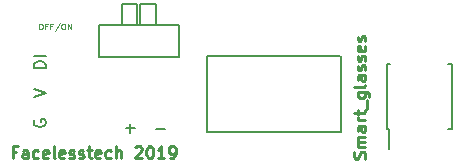
<source format=gbr>
G04 #@! TF.GenerationSoftware,KiCad,Pcbnew,5.0.2+dfsg1-1~bpo9+1*
G04 #@! TF.CreationDate,2019-04-13T15:56:37+01:00*
G04 #@! TF.ProjectId,smart_glasses,736d6172-745f-4676-9c61-737365732e6b,rev?*
G04 #@! TF.SameCoordinates,Original*
G04 #@! TF.FileFunction,Legend,Top*
G04 #@! TF.FilePolarity,Positive*
%FSLAX46Y46*%
G04 Gerber Fmt 4.6, Leading zero omitted, Abs format (unit mm)*
G04 Created by KiCad (PCBNEW 5.0.2+dfsg1-1~bpo9+1) date Sat 13 Apr 2019 15:56:37 BST*
%MOMM*%
%LPD*%
G01*
G04 APERTURE LIST*
%ADD10C,0.250000*%
%ADD11C,0.125000*%
%ADD12C,0.150000*%
G04 APERTURE END LIST*
D10*
X142276461Y-83676476D02*
X142324080Y-83533619D01*
X142324080Y-83295523D01*
X142276461Y-83200285D01*
X142228842Y-83152666D01*
X142133604Y-83105047D01*
X142038366Y-83105047D01*
X141943128Y-83152666D01*
X141895509Y-83200285D01*
X141847890Y-83295523D01*
X141800271Y-83486000D01*
X141752652Y-83581238D01*
X141705033Y-83628857D01*
X141609795Y-83676476D01*
X141514557Y-83676476D01*
X141419319Y-83628857D01*
X141371700Y-83581238D01*
X141324080Y-83486000D01*
X141324080Y-83247904D01*
X141371700Y-83105047D01*
X142324080Y-82676476D02*
X141657414Y-82676476D01*
X141752652Y-82676476D02*
X141705033Y-82628857D01*
X141657414Y-82533619D01*
X141657414Y-82390761D01*
X141705033Y-82295523D01*
X141800271Y-82247904D01*
X142324080Y-82247904D01*
X141800271Y-82247904D02*
X141705033Y-82200285D01*
X141657414Y-82105047D01*
X141657414Y-81962190D01*
X141705033Y-81866952D01*
X141800271Y-81819333D01*
X142324080Y-81819333D01*
X142324080Y-80914571D02*
X141800271Y-80914571D01*
X141705033Y-80962190D01*
X141657414Y-81057428D01*
X141657414Y-81247904D01*
X141705033Y-81343142D01*
X142276461Y-80914571D02*
X142324080Y-81009809D01*
X142324080Y-81247904D01*
X142276461Y-81343142D01*
X142181223Y-81390761D01*
X142085985Y-81390761D01*
X141990747Y-81343142D01*
X141943128Y-81247904D01*
X141943128Y-81009809D01*
X141895509Y-80914571D01*
X142324080Y-80438380D02*
X141657414Y-80438380D01*
X141847890Y-80438380D02*
X141752652Y-80390761D01*
X141705033Y-80343142D01*
X141657414Y-80247904D01*
X141657414Y-80152666D01*
X141657414Y-79962190D02*
X141657414Y-79581238D01*
X141324080Y-79819333D02*
X142181223Y-79819333D01*
X142276461Y-79771714D01*
X142324080Y-79676476D01*
X142324080Y-79581238D01*
X142419319Y-79486000D02*
X142419319Y-78724095D01*
X141657414Y-78057428D02*
X142466938Y-78057428D01*
X142562176Y-78105047D01*
X142609795Y-78152666D01*
X142657414Y-78247904D01*
X142657414Y-78390761D01*
X142609795Y-78486000D01*
X142276461Y-78057428D02*
X142324080Y-78152666D01*
X142324080Y-78343142D01*
X142276461Y-78438380D01*
X142228842Y-78486000D01*
X142133604Y-78533619D01*
X141847890Y-78533619D01*
X141752652Y-78486000D01*
X141705033Y-78438380D01*
X141657414Y-78343142D01*
X141657414Y-78152666D01*
X141705033Y-78057428D01*
X142324080Y-77438380D02*
X142276461Y-77533619D01*
X142181223Y-77581238D01*
X141324080Y-77581238D01*
X142324080Y-76628857D02*
X141800271Y-76628857D01*
X141705033Y-76676476D01*
X141657414Y-76771714D01*
X141657414Y-76962190D01*
X141705033Y-77057428D01*
X142276461Y-76628857D02*
X142324080Y-76724095D01*
X142324080Y-76962190D01*
X142276461Y-77057428D01*
X142181223Y-77105047D01*
X142085985Y-77105047D01*
X141990747Y-77057428D01*
X141943128Y-76962190D01*
X141943128Y-76724095D01*
X141895509Y-76628857D01*
X142276461Y-76200285D02*
X142324080Y-76105047D01*
X142324080Y-75914571D01*
X142276461Y-75819333D01*
X142181223Y-75771714D01*
X142133604Y-75771714D01*
X142038366Y-75819333D01*
X141990747Y-75914571D01*
X141990747Y-76057428D01*
X141943128Y-76152666D01*
X141847890Y-76200285D01*
X141800271Y-76200285D01*
X141705033Y-76152666D01*
X141657414Y-76057428D01*
X141657414Y-75914571D01*
X141705033Y-75819333D01*
X142276461Y-75390761D02*
X142324080Y-75295523D01*
X142324080Y-75105047D01*
X142276461Y-75009809D01*
X142181223Y-74962190D01*
X142133604Y-74962190D01*
X142038366Y-75009809D01*
X141990747Y-75105047D01*
X141990747Y-75247904D01*
X141943128Y-75343142D01*
X141847890Y-75390761D01*
X141800271Y-75390761D01*
X141705033Y-75343142D01*
X141657414Y-75247904D01*
X141657414Y-75105047D01*
X141705033Y-75009809D01*
X142276461Y-74152666D02*
X142324080Y-74247904D01*
X142324080Y-74438380D01*
X142276461Y-74533619D01*
X142181223Y-74581238D01*
X141800271Y-74581238D01*
X141705033Y-74533619D01*
X141657414Y-74438380D01*
X141657414Y-74247904D01*
X141705033Y-74152666D01*
X141800271Y-74105047D01*
X141895509Y-74105047D01*
X141990747Y-74581238D01*
X142276461Y-73724095D02*
X142324080Y-73628857D01*
X142324080Y-73438380D01*
X142276461Y-73343142D01*
X142181223Y-73295523D01*
X142133604Y-73295523D01*
X142038366Y-73343142D01*
X141990747Y-73438380D01*
X141990747Y-73581238D01*
X141943128Y-73676476D01*
X141847890Y-73724095D01*
X141800271Y-73724095D01*
X141705033Y-73676476D01*
X141657414Y-73581238D01*
X141657414Y-73438380D01*
X141705033Y-73343142D01*
X112781580Y-83113571D02*
X112448247Y-83113571D01*
X112448247Y-83637380D02*
X112448247Y-82637380D01*
X112924438Y-82637380D01*
X113733961Y-83637380D02*
X113733961Y-83113571D01*
X113686342Y-83018333D01*
X113591104Y-82970714D01*
X113400628Y-82970714D01*
X113305390Y-83018333D01*
X113733961Y-83589761D02*
X113638723Y-83637380D01*
X113400628Y-83637380D01*
X113305390Y-83589761D01*
X113257771Y-83494523D01*
X113257771Y-83399285D01*
X113305390Y-83304047D01*
X113400628Y-83256428D01*
X113638723Y-83256428D01*
X113733961Y-83208809D01*
X114638723Y-83589761D02*
X114543485Y-83637380D01*
X114353009Y-83637380D01*
X114257771Y-83589761D01*
X114210152Y-83542142D01*
X114162533Y-83446904D01*
X114162533Y-83161190D01*
X114210152Y-83065952D01*
X114257771Y-83018333D01*
X114353009Y-82970714D01*
X114543485Y-82970714D01*
X114638723Y-83018333D01*
X115448247Y-83589761D02*
X115353009Y-83637380D01*
X115162533Y-83637380D01*
X115067295Y-83589761D01*
X115019676Y-83494523D01*
X115019676Y-83113571D01*
X115067295Y-83018333D01*
X115162533Y-82970714D01*
X115353009Y-82970714D01*
X115448247Y-83018333D01*
X115495866Y-83113571D01*
X115495866Y-83208809D01*
X115019676Y-83304047D01*
X116067295Y-83637380D02*
X115972057Y-83589761D01*
X115924438Y-83494523D01*
X115924438Y-82637380D01*
X116829200Y-83589761D02*
X116733961Y-83637380D01*
X116543485Y-83637380D01*
X116448247Y-83589761D01*
X116400628Y-83494523D01*
X116400628Y-83113571D01*
X116448247Y-83018333D01*
X116543485Y-82970714D01*
X116733961Y-82970714D01*
X116829200Y-83018333D01*
X116876819Y-83113571D01*
X116876819Y-83208809D01*
X116400628Y-83304047D01*
X117257771Y-83589761D02*
X117353009Y-83637380D01*
X117543485Y-83637380D01*
X117638723Y-83589761D01*
X117686342Y-83494523D01*
X117686342Y-83446904D01*
X117638723Y-83351666D01*
X117543485Y-83304047D01*
X117400628Y-83304047D01*
X117305390Y-83256428D01*
X117257771Y-83161190D01*
X117257771Y-83113571D01*
X117305390Y-83018333D01*
X117400628Y-82970714D01*
X117543485Y-82970714D01*
X117638723Y-83018333D01*
X118067295Y-83589761D02*
X118162533Y-83637380D01*
X118353009Y-83637380D01*
X118448247Y-83589761D01*
X118495866Y-83494523D01*
X118495866Y-83446904D01*
X118448247Y-83351666D01*
X118353009Y-83304047D01*
X118210152Y-83304047D01*
X118114914Y-83256428D01*
X118067295Y-83161190D01*
X118067295Y-83113571D01*
X118114914Y-83018333D01*
X118210152Y-82970714D01*
X118353009Y-82970714D01*
X118448247Y-83018333D01*
X118781580Y-82970714D02*
X119162533Y-82970714D01*
X118924438Y-82637380D02*
X118924438Y-83494523D01*
X118972057Y-83589761D01*
X119067295Y-83637380D01*
X119162533Y-83637380D01*
X119876819Y-83589761D02*
X119781580Y-83637380D01*
X119591104Y-83637380D01*
X119495866Y-83589761D01*
X119448247Y-83494523D01*
X119448247Y-83113571D01*
X119495866Y-83018333D01*
X119591104Y-82970714D01*
X119781580Y-82970714D01*
X119876819Y-83018333D01*
X119924438Y-83113571D01*
X119924438Y-83208809D01*
X119448247Y-83304047D01*
X120781580Y-83589761D02*
X120686342Y-83637380D01*
X120495866Y-83637380D01*
X120400628Y-83589761D01*
X120353009Y-83542142D01*
X120305390Y-83446904D01*
X120305390Y-83161190D01*
X120353009Y-83065952D01*
X120400628Y-83018333D01*
X120495866Y-82970714D01*
X120686342Y-82970714D01*
X120781580Y-83018333D01*
X121210152Y-83637380D02*
X121210152Y-82637380D01*
X121638723Y-83637380D02*
X121638723Y-83113571D01*
X121591104Y-83018333D01*
X121495866Y-82970714D01*
X121353009Y-82970714D01*
X121257771Y-83018333D01*
X121210152Y-83065952D01*
X122829200Y-82732619D02*
X122876819Y-82685000D01*
X122972057Y-82637380D01*
X123210152Y-82637380D01*
X123305390Y-82685000D01*
X123353009Y-82732619D01*
X123400628Y-82827857D01*
X123400628Y-82923095D01*
X123353009Y-83065952D01*
X122781580Y-83637380D01*
X123400628Y-83637380D01*
X124019676Y-82637380D02*
X124114914Y-82637380D01*
X124210152Y-82685000D01*
X124257771Y-82732619D01*
X124305390Y-82827857D01*
X124353009Y-83018333D01*
X124353009Y-83256428D01*
X124305390Y-83446904D01*
X124257771Y-83542142D01*
X124210152Y-83589761D01*
X124114914Y-83637380D01*
X124019676Y-83637380D01*
X123924438Y-83589761D01*
X123876819Y-83542142D01*
X123829200Y-83446904D01*
X123781580Y-83256428D01*
X123781580Y-83018333D01*
X123829200Y-82827857D01*
X123876819Y-82732619D01*
X123924438Y-82685000D01*
X124019676Y-82637380D01*
X125305390Y-83637380D02*
X124733961Y-83637380D01*
X125019676Y-83637380D02*
X125019676Y-82637380D01*
X124924438Y-82780238D01*
X124829200Y-82875476D01*
X124733961Y-82923095D01*
X125781580Y-83637380D02*
X125972057Y-83637380D01*
X126067295Y-83589761D01*
X126114914Y-83542142D01*
X126210152Y-83399285D01*
X126257771Y-83208809D01*
X126257771Y-82827857D01*
X126210152Y-82732619D01*
X126162533Y-82685000D01*
X126067295Y-82637380D01*
X125876819Y-82637380D01*
X125781580Y-82685000D01*
X125733961Y-82732619D01*
X125686342Y-82827857D01*
X125686342Y-83065952D01*
X125733961Y-83161190D01*
X125781580Y-83208809D01*
X125876819Y-83256428D01*
X126067295Y-83256428D01*
X126162533Y-83208809D01*
X126210152Y-83161190D01*
X126257771Y-83065952D01*
D11*
X114790695Y-72243190D02*
X114885933Y-72243190D01*
X114933552Y-72267000D01*
X114981171Y-72314619D01*
X115004980Y-72409857D01*
X115004980Y-72576523D01*
X114981171Y-72671761D01*
X114933552Y-72719380D01*
X114885933Y-72743190D01*
X114790695Y-72743190D01*
X114743076Y-72719380D01*
X114695457Y-72671761D01*
X114671647Y-72576523D01*
X114671647Y-72409857D01*
X114695457Y-72314619D01*
X114743076Y-72267000D01*
X114790695Y-72243190D01*
X115385933Y-72481285D02*
X115219266Y-72481285D01*
X115219266Y-72743190D02*
X115219266Y-72243190D01*
X115457361Y-72243190D01*
X115814504Y-72481285D02*
X115647838Y-72481285D01*
X115647838Y-72743190D02*
X115647838Y-72243190D01*
X115885933Y-72243190D01*
X116433552Y-72219380D02*
X116004980Y-72862238D01*
X116695457Y-72243190D02*
X116790695Y-72243190D01*
X116838314Y-72267000D01*
X116885933Y-72314619D01*
X116909742Y-72409857D01*
X116909742Y-72576523D01*
X116885933Y-72671761D01*
X116838314Y-72719380D01*
X116790695Y-72743190D01*
X116695457Y-72743190D01*
X116647838Y-72719380D01*
X116600219Y-72671761D01*
X116576409Y-72576523D01*
X116576409Y-72409857D01*
X116600219Y-72314619D01*
X116647838Y-72267000D01*
X116695457Y-72243190D01*
X117124028Y-72743190D02*
X117124028Y-72243190D01*
X117409742Y-72743190D01*
X117409742Y-72243190D01*
D12*
G04 #@! TO.C,U3*
X128955800Y-74955400D02*
X140208000Y-74955400D01*
X140233400Y-81457800D02*
X128955800Y-81457800D01*
X140220700Y-74955400D02*
X140220700Y-81457800D01*
X128955800Y-74955400D02*
X128955800Y-81457800D01*
G04 #@! TO.C,U1*
X144133200Y-81134400D02*
X144338200Y-81134400D01*
X144133200Y-75634400D02*
X144433200Y-75634400D01*
X149643200Y-75634400D02*
X149343200Y-75634400D01*
X149643200Y-81134400D02*
X149343200Y-81134400D01*
X144133200Y-81134400D02*
X144133200Y-75634400D01*
X149643200Y-81134400D02*
X149643200Y-75634400D01*
X144338200Y-81134400D02*
X144338200Y-82884400D01*
G04 #@! TO.C,SW1*
X126555500Y-75107800D02*
X119748300Y-75107800D01*
X119748300Y-75107800D02*
X119748300Y-72351900D01*
X126555500Y-75107800D02*
X126555500Y-72351900D01*
X126555500Y-72351900D02*
X119748300Y-72351900D01*
X123012200Y-72339200D02*
X123012200Y-70624700D01*
X123012200Y-70612000D02*
X121704100Y-70612000D01*
X121704100Y-70612000D02*
X121704100Y-72339200D01*
X123253500Y-72351900D02*
X123253500Y-70612000D01*
X123253500Y-70612000D02*
X124561600Y-70612000D01*
X124561600Y-70612000D02*
X124561600Y-72351900D01*
G04 #@! TO.C,U4*
X122021647Y-81110128D02*
X122783552Y-81110128D01*
X122402600Y-81491080D02*
X122402600Y-80729176D01*
X124561647Y-81173628D02*
X125323552Y-81173628D01*
G04 #@! TO.C,D1*
X115260380Y-76014200D02*
X114260380Y-76014200D01*
X114260380Y-75776104D01*
X114308000Y-75633247D01*
X114403238Y-75538009D01*
X114498476Y-75490390D01*
X114688952Y-75442771D01*
X114831809Y-75442771D01*
X115022285Y-75490390D01*
X115117523Y-75538009D01*
X115212761Y-75633247D01*
X115260380Y-75776104D01*
X115260380Y-76014200D01*
X115260380Y-75014200D02*
X114260380Y-75014200D01*
X114260380Y-78438333D02*
X115260380Y-78105000D01*
X114260380Y-77771666D01*
X114308000Y-80408495D02*
X114260380Y-80503733D01*
X114260380Y-80646590D01*
X114308000Y-80789447D01*
X114403238Y-80884685D01*
X114498476Y-80932304D01*
X114688952Y-80979923D01*
X114831809Y-80979923D01*
X115022285Y-80932304D01*
X115117523Y-80884685D01*
X115212761Y-80789447D01*
X115260380Y-80646590D01*
X115260380Y-80551352D01*
X115212761Y-80408495D01*
X115165142Y-80360876D01*
X114831809Y-80360876D01*
X114831809Y-80551352D01*
G04 #@! TD*
M02*

</source>
